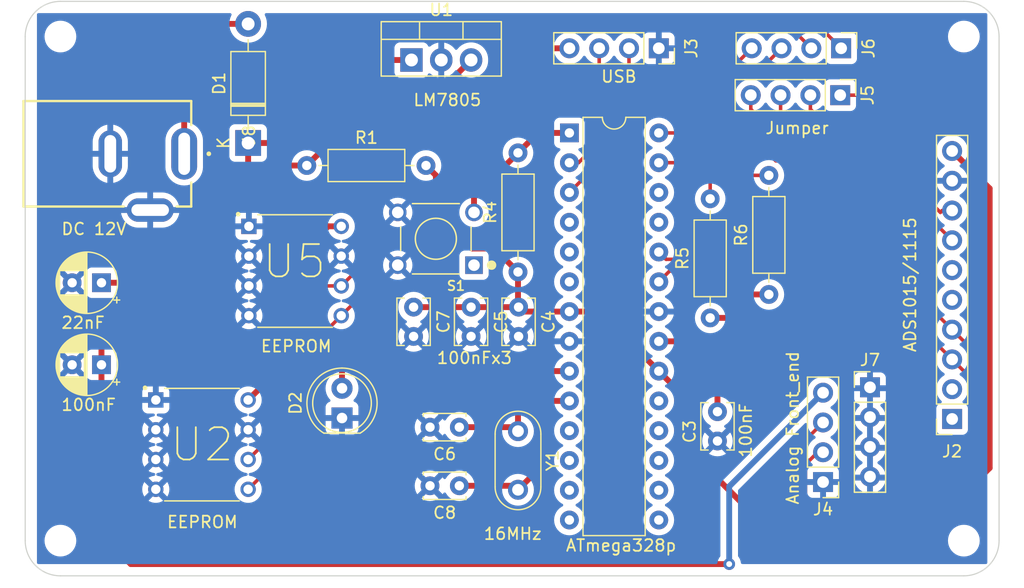
<source format=kicad_pcb>
(kicad_pcb (version 20221018) (generator pcbnew)
  (title_block (title "Main PCB") (date "2024-05-02"))
  (layers (0 "F.Cu" signal) (31 "B.Cu" power) (34 "B.Paste" user) (35 "F.Paste" user) (36 "B.SilkS" user "B.Silkscreen") (37 "F.SilkS" user "F.Silkscreen") (38 "B.Mask" user) (39 "F.Mask" user) (44 "Edge.Cuts" user))
  (net 0 "")
  (net 1 "Net-(D1-K)")
  (net 2 "GND")
  (net 3 "VCC")
  (net 4 "Net-(U3-AREF)")
  (net 5 "+5V")
  (net 6 "/XTAL1")
  (net 7 "/XTAL2")
  (net 8 "Net-(D1-A)")
  (net 9 "Net-(D2-A)")
  (net 12 "/A1_A")
  (net 13 "/A0_A")
  (net 16 "/SDA_A")
  (net 17 "/SCL_A")
  (net 18 "/RX")
  (net 19 "/TX")
  (net 20 "/A1")
  (net 21 "/A0")
  (net 22 "/SCL")
  (net 23 "/RESET")
  (net 38 "/SDA")
  (footprint "Resistor_THT:R_Axial_DIN0207_L6.3mm_D2.5mm_P10.16mm_Horizontal" (layer "F.Cu") (at 128 70)
    (fp_text reference "R1" (at 5.08 -2.37) (layer "F.SilkS"))
    (fp_text value "330")
    (pad "1" thru_hole circle (at 0 0) (size 1.6 1.6) (drill 0.8) (layers "*.Cu" "*.Mask") (net 3 "VCC"))
    (pad "2" thru_hole oval (at 10.16 0) (size 1.6 1.6) (drill 0.8) (layers "*.Cu" "*.Mask") (net 9 "Net-(D2-A)"))
  )
  (footprint "MountingHole:MountingHole_2.2mm_M2" (layer "F.Cu") (at 184 59)
    (fp_text reference "H1" hide)
    (fp_text value "MountingHole")
    (pad "" np_thru_hole circle (at 0 0) (size 2.2 2.2) (drill 2.2) (layers "*.Cu" "*.Mask"))
  )
  (footprint "Connector_PinHeader_2.54mm:PinHeader_1x04_P2.54mm_Vertical" (layer "F.Cu") (at 172 97 180)
    (fp_text reference "J4" (at 0 -2.33) (layer "F.SilkS"))
    (fp_text value "Conn_01x04_Socket")
    (pad "1" thru_hole rect (at 0 0 180) (size 1.7 1.7) (drill 1) (layers "*.Cu" "*.Mask") (net 2 "GND"))
    (pad "2" thru_hole oval (at 0 2.54 180) (size 1.7 1.7) (drill 1) (layers "*.Cu" "*.Mask") (net 12 "/A1_A"))
    (pad "3" thru_hole oval (at 0 5.08 180) (size 1.7 1.7) (drill 1) (layers "*.Cu" "*.Mask") (net 13 "/A0_A"))
    (pad "4" thru_hole oval (at 0 7.62 180) (size 1.7 1.7) (drill 1) (layers "*.Cu" "*.Mask") (net 3 "VCC"))
  )
  (footprint "Connector_PinSocket_2.54mm:PinSocket_1x04_P2.54mm_Vertical" (layer "F.Cu") (at 158 60 -90)
    (fp_text reference "J3" (at 0 -2.77 90) (layer "F.SilkS"))
    (fp_text value "Conn_01x04_Socket" hide)
    (pad "1" thru_hole rect (at 0 0 270) (size 1.7 1.7) (drill 1) (layers "*.Cu" "*.Mask") (net 2 "GND"))
    (pad "2" thru_hole oval (at 0 2.54 270) (size 1.7 1.7) (drill 1) (layers "*.Cu" "*.Mask") (net 18 "/RX"))
    (pad "3" thru_hole oval (at 0 5.08 270) (size 1.7 1.7) (drill 1) (layers "*.Cu" "*.Mask") (net 19 "/TX"))
    (pad "4" thru_hole oval (at 0 7.62 270) (size 1.7 1.7) (drill 1) (layers "*.Cu" "*.Mask") (net 5 "+5V"))
  )
  (footprint "Resistor_THT:R_Axial_DIN0207_L6.3mm_D2.5mm_P10.16mm_Horizontal" (layer "F.Cu") (at 167.38 81 90)
    (fp_text reference "R6" (at 5.08 -2.37 90) (layer "F.SilkS"))
    (fp_text value "10k")
    (pad "1" thru_hole circle (at 0 0 90) (size 1.6 1.6) (drill 0.8) (layers "*.Cu" "*.Mask") (net 5 "+5V"))
    (pad "2" thru_hole oval (at 10.16 0 90) (size 1.6 1.6) (drill 0.8) (layers "*.Cu" "*.Mask") (net 22 "/SCL"))
  )
  (footprint "Diode_THT:D_DO-41_SOD81_P10.16mm_Horizontal" (layer "F.Cu") (at 123 68.08 90)
    (fp_text reference "D1" (at 5.08 -2.47 90) (layer "F.SilkS"))
    (fp_text value "1N4007")
    (fp_text user "K" (at 0 -2.1 90) (layer "F.SilkS"))
    (pad "1" thru_hole rect (at 0 0 90) (size 2.2 2.2) (drill 1.1) (layers "*.Cu" "*.Mask") (net 1 "Net-(D1-K)"))
    (pad "2" thru_hole oval (at 10.16 0 90) (size 2.2 2.2) (drill 1.1) (layers "*.Cu" "*.Mask") (net 8 "Net-(D1-A)"))
  )
  (footprint "Resistor_THT:R_Axial_DIN0207_L6.3mm_D2.5mm_P10.16mm_Horizontal" (layer "F.Cu") (at 162.38 83 90)
    (fp_text reference "R5" (at 5.08 -2.37 90) (layer "F.SilkS"))
    (fp_text value "10k")
    (pad "1" thru_hole circle (at 0 0 90) (size 1.6 1.6) (drill 0.8) (layers "*.Cu" "*.Mask") (net 5 "+5V"))
    (pad "2" thru_hole oval (at 10.16 0 90) (size 1.6 1.6) (drill 0.8) (layers "*.Cu" "*.Mask") (net 38 "/SDA"))
  )
  (footprint "Connector_PinHeader_2.54mm:PinHeader_1x04_P2.54mm_Vertical" (layer "F.Cu") (at 176 88.92)
    (fp_text reference "J7" (at 0 -2.33) (layer "F.SilkS"))
    (fp_text value "Conn_01x04_Socket")
    (pad "1" thru_hole rect (at 0 0) (size 1.7 1.7) (drill 1) (layers "*.Cu" "*.Mask") (net 2 "GND"))
    (pad "2" thru_hole oval (at 0 2.54) (size 1.7 1.7) (drill 1) (layers "*.Cu" "*.Mask") (net 2 "GND"))
    (pad "3" thru_hole oval (at 0 5.08) (size 1.7 1.7) (drill 1) (layers "*.Cu" "*.Mask") (net 2 "GND"))
    (pad "4" thru_hole oval (at 0 7.62) (size 1.7 1.7) (drill 1) (layers "*.Cu" "*.Mask") (net 2 "GND"))
  )
  (footprint "MountingHole:MountingHole_2.2mm_M2" (layer "F.Cu") (at 107 59)
    (fp_text reference "H3" hide)
    (fp_text value "MountingHole")
    (pad "" np_thru_hole circle (at 0 0) (size 2.2 2.2) (drill 2.2) (layers "*.Cu" "*.Mask"))
  )
  (footprint "MountingHole:MountingHole_2.2mm_M2" (layer "F.Cu") (at 184 102)
    (fp_text reference "H2" hide)
    (fp_text value "MountingHole")
    (pad "" np_thru_hole circle (at 0 0) (size 2.2 2.2) (drill 2.2) (layers "*.Cu" "*.Mask"))
  )
  (footprint "FSM8JH:SW_FSM8JH" (layer "F.Cu") (at 139 76.25 180)
    (fp_text reference "S1" (at -1.71258 -4.01401) (layer "F.SilkS") (effects (font (size 0.801197 0.801197))))
    (fp_text value "FSM8JH")
    (pad "1" thru_hole rect (at -3.25 -2.25 180) (size 1.498 1.498) (drill 0.99) (layers "*.Cu" "*.Mask"))
    (pad "2" thru_hole circle (at -3.25 2.25 180) (size 1.498 1.498) (drill 0.99) (layers "*.Cu" "*.Mask") (net 23 "/RESET"))
    (pad "3" thru_hole circle (at 3.25 -2.25 180) (size 1.498 1.498) (drill 0.99) (layers "*.Cu" "*.Mask") (net 2 "GND"))
    (pad "4" thru_hole circle (at 3.25 2.25 180) (size 1.498 1.498) (drill 0.99) (layers "*.Cu" "*.Mask") (net 2 "GND"))
  )
  (footprint "Capacitor_THT:C_Disc_D3.8mm_W2.6mm_P2.50mm" (layer "F.Cu") (at 163 91 -90)
    (fp_text reference "C3" (at 1.7 2.38 90) (layer "F.SilkS"))
    (fp_text value "100nF")
    (pad "1" thru_hole circle (at 0 0 270) (size 1.6 1.6) (drill 0.8) (layers "*.Cu" "*.Mask") (net 4 "Net-(U3-AREF)"))
    (pad "2" thru_hole circle (at 2.5 0 270) (size 1.6 1.6) (drill 0.8) (layers "*.Cu" "*.Mask") (net 2 "GND"))
  )
  (footprint "MountingHole:MountingHole_2.2mm_M2" (layer "F.Cu") (at 107 102)
    (fp_text reference "H4" hide)
    (fp_text value "MountingHole")
    (pad "" np_thru_hole circle (at 0 0) (size 2.2 2.2) (drill 2.2) (layers "*.Cu" "*.Mask"))
  )
  (footprint "Package_TO_SOT_THT:TO-220-3_Vertical" (layer "F.Cu") (at 136.92 61)
    (fp_text reference "U1" (at 2.54 -4.27) (layer "F.SilkS"))
    (fp_text value "LM7805_TO220")
    (pad "1" thru_hole rect (at 0 0) (size 1.905 2) (drill 1.1) (layers "*.Cu" "*.Mask") (net 1 "Net-(D1-K)"))
    (pad "2" thru_hole oval (at 2.54 0) (size 1.905 2) (drill 1.1) (layers "*.Cu" "*.Mask") (net 2 "GND"))
    (pad "3" thru_hole oval (at 5.08 0) (size 1.905 2) (drill 1.1) (layers "*.Cu" "*.Mask") (net 3 "VCC"))
  )
  (footprint "Crystal:Resonator-2Pin_W8.0mm_H3.5mm" (layer "F.Cu") (at 146 92.66 -90)
    (fp_text reference "Y1" (at 2.5 -2.95 90) (layer "F.SilkS"))
    (fp_text value "Crystal")
    (pad "1" thru_hole circle (at 0 0 270) (size 1.7 1.7) (drill 1) (layers "*.Cu" "*.Mask") (net 6 "/XTAL1"))
    (pad "2" thru_hole circle (at 5 0 270) (size 1.7 1.7) (drill 1) (layers "*.Cu" "*.Mask") (net 7 "/XTAL2"))
  )
  (footprint "Capacitor_THT:CP_Radial_D5.0mm_P2.50mm" (layer "F.Cu") (at 110.5 87 180)
    (fp_text reference "C2" hide)
    (fp_text value "22nF")
    (pad "1" thru_hole rect (at 0 0 180) (size 1.6 1.6) (drill 0.8) (layers "*.Cu" "*.Mask") (net 3 "VCC"))
    (pad "2" thru_hole circle (at 2.5 0 180) (size 1.6 1.6) (drill 0.8) (layers "*.Cu" "*.Mask") (net 2 "GND"))
  )
  (footprint "Resistor_THT:R_Axial_DIN0207_L6.3mm_D2.5mm_P10.16mm_Horizontal" (layer "F.Cu") (at 146 79.08 90)
    (fp_text reference "R4" (at 5.08 -2.37 90) (layer "F.SilkS"))
    (fp_text value "10k")
    (pad "1" thru_hole circle (at 0 0 90) (size 1.6 1.6) (drill 0.8) (layers "*.Cu" "*.Mask") (net 5 "+5V"))
    (pad "2" thru_hole oval (at 10.16 0 90) (size 1.6 1.6) (drill 0.8) (layers "*.Cu" "*.Mask") (net 23 "/RESET"))
  )
  (footprint "DCJ200-10-A-XX-K_REVA:GCT_DCJ200-10-A-XX-K_REVA" (layer "F.Cu") (at 111 69 -90)
    (fp_text reference "J8" (at -1.575 -12.075 90) (layer "F.SilkS"))
    (fp_text value "DCJ200-10-A-XX-K_REVA")
    (pad "1" thru_hole oval (at 0 -6.55 270) (size 4.4 2.2) (drill oval 3.6 1) (layers "*.Cu" "*.Mask") (net 8 "Net-(D1-A)"))
    (pad "2" thru_hole oval (at 0 -0.25 270) (size 4 2) (drill oval 3.2 1) (layers "*.Cu" "*.Mask") (net 2 "GND"))
    (pad "3" thru_hole oval (at 4.8 -3.65 270) (size 2 4) (drill oval 1 3.2) (layers "*.Cu" "*.Mask") (net 2 "GND"))
  )
  (footprint "24C02C_P:DIP787W46P254L927H533Q8" (layer "F.Cu") (at 127 79)
    (fp_text reference "U5" (at -0.065 -0.81) (layer "F.SilkS") (effects (font (size 2.755976 2.755976))))
    (fp_text value "24C02C_P" hide)
    (pad "1" thru_hole rect (at -3.935 -3.81) (size 1.308 1.308) (drill 0.8) (layers "*.Cu" "*.Mask") (net 2 "GND"))
    (pad "2" thru_hole circle (at -3.935 -1.27) (size 1.308 1.308) (drill 0.8) (layers "*.Cu" "*.Mask") (net 2 "GND"))
    (pad "3" thru_hole circle (at -3.935 1.27) (size 1.308 1.308) (drill 0.8) (layers "*.Cu" "*.Mask") (net 2 "GND"))
    (pad "4" thru_hole circle (at -3.935 3.81) (size 1.308 1.308) (drill 0.8) (layers "*.Cu" "*.Mask") (net 2 "GND"))
    (pad "5" thru_hole circle (at 3.935 3.81) (size 1.308 1.308) (drill 0.8) (layers "*.Cu" "*.Mask") (net 38 "/SDA"))
    (pad "6" thru_hole circle (at 3.935 1.27) (size 1.308 1.308) (drill 0.8) (layers "*.Cu" "*.Mask") (net 22 "/SCL"))
    (pad "7" thru_hole circle (at 3.935 -1.27) (size 1.308 1.308) (drill 0.8) (layers "*.Cu" "*.Mask") (net 2 "GND"))
    (pad "8" thru_hole circle (at 3.935 -3.81) (size 1.308 1.308) (drill 0.8) (layers "*.Cu" "*.Mask") (net 5 "+5V"))
  )
  (footprint "Connector_PinHeader_2.54mm:PinHeader_1x04_P2.54mm_Vertical" (layer "F.Cu") (at 173.54 60 -90)
    (fp_text reference "J6" (at 0 -2.33 90) (layer "F.SilkS"))
    (fp_text value "Conn_01x04_Socket")
    (pad "1" thru_hole rect (at 0 0 270) (size 1.7 1.7) (drill 1) (layers "*.Cu" "*.Mask") (net 22 "/SCL"))
    (pad "2" thru_hole oval (at 0 2.54 270) (size 1.7 1.7) (drill 1) (layers "*.Cu" "*.Mask") (net 38 "/SDA"))
    (pad "3" thru_hole oval (at 0 5.08 270) (size 1.7 1.7) (drill 1) (layers "*.Cu" "*.Mask") (net 21 "/A0"))
    (pad "4" thru_hole oval (at 0 7.62 270) (size 1.7 1.7) (drill 1) (layers "*.Cu" "*.Mask") (net 20 "/A1"))
  )
  (footprint "Connector_PinHeader_2.54mm:PinHeader_1x04_P2.54mm_Vertical" (layer "F.Cu") (at 173.46 64 -90)
    (fp_text reference "J5" (at 0 -2.33 90) (layer "F.SilkS"))
    (fp_text value "Conn_01x04_Socket")
    (pad "1" thru_hole rect (at 0 0 270) (size 1.7 1.7) (drill 1) (layers "*.Cu" "*.Mask") (net 17 "/SCL_A"))
    (pad "2" thru_hole oval (at 0 2.54 270) (size 1.7 1.7) (drill 1) (layers "*.Cu" "*.Mask") (net 16 "/SDA_A"))
    (pad "3" thru_hole oval (at 0 5.08 270) (size 1.7 1.7) (drill 1) (layers "*.Cu" "*.Mask") (net 13 "/A0_A"))
    (pad "4" thru_hole oval (at 0 7.62 270) (size 1.7 1.7) (drill 1) (layers "*.Cu" "*.Mask") (net 12 "/A1_A"))
  )
  (footprint "Capacitor_THT:C_Disc_D3.8mm_W2.6mm_P2.50mm" (layer "F.Cu") (at 142 82.08 -90)
    (fp_text reference "C5" (at 1.25 -2.55 -90) (layer "F.SilkS"))
    (fp_text value "100nF")
    (pad "1" thru_hole circle (at 0 0 270) (size 1.6 1.6) (drill 0.8) (layers "*.Cu" "*.Mask") (net 5 "+5V"))
    (pad "2" thru_hole circle (at 2.5 0 270) (size 1.6 1.6) (drill 0.8) (layers "*.Cu" "*.Mask") (net 2 "GND"))
  )
  (footprint "Capacitor_THT:C_Disc_D3.4mm_W2.1mm_P2.50mm" (layer "F.Cu") (at 141 97.32 180)
    (fp_text reference "C8" (at 1.25 -2.3 180) (layer "F.SilkS"))
    (fp_text value "22pF")
    (pad "1" thru_hole circle (at 0 0 180) (size 1.6 1.6) (drill 0.8) (layers "*.Cu" "*.Mask") (net 7 "/XTAL2"))
    (pad "2" thru_hole circle (at 2.5 0 180) (size 1.6 1.6) (drill 0.8) (layers "*.Cu" "*.Mask") (net 2 "GND"))
  )
  (footprint "Capacitor_THT:C_Disc_D3.8mm_W2.6mm_P2.50mm" (layer "F.Cu") (at 137.1 82.08 -90)
    (fp_text reference "C7" (at 1.25 -2.55 -90) (layer "F.SilkS"))
    (fp_text value "100nF")
    (pad "1" thru_hole circle (at 0 0 270) (size 1.6 1.6) (drill 0.8) (layers "*.Cu" "*.Mask") (net 5 "+5V"))
    (pad "2" thru_hole circle (at 2.5 0 270) (size 1.6 1.6) (drill 0.8) (layers "*.Cu" "*.Mask") (net 2 "GND"))
  )
  (footprint "Connector_PinSocket_2.54mm:PinSocket_1x10_P2.54mm_Vertical" (layer "F.Cu") (at 183 91.62 180)
    (fp_text reference "J2" (at 0 -2.77) (layer "F.SilkS"))
    (fp_text value "Conn_01x10_Socket")
    (pad "1" thru_hole rect (at 0 0 180) (size 1.7 1.7) (drill 1) (layers "*.Cu" "*.Mask"))
    (pad "2" thru_hole oval (at 0 2.54 180) (size 1.7 1.7) (drill 1) (layers "*.Cu" "*.Mask"))
    (pad "3" thru_hole oval (at 0 5.08 180) (size 1.7 1.7) (drill 1) (layers "*.Cu" "*.Mask") (net 12 "/A1_A"))
    (pad "4" thru_hole oval (at 0 7.62 180) (size 1.7 1.7) (drill 1) (layers "*.Cu" "*.Mask") (net 13 "/A0_A"))
    (pad "5" thru_hole oval (at 0 10.16 180) (size 1.7 1.7) (drill 1) (layers "*.Cu" "*.Mask"))
    (pad "6" thru_hole oval (at 0 12.7 180) (size 1.7 1.7) (drill 1) (layers "*.Cu" "*.Mask"))
    (pad "7" thru_hole oval (at 0 15.24 180) (size 1.7 1.7) (drill 1) (layers "*.Cu" "*.Mask") (net 16 "/SDA_A"))
    (pad "8" thru_hole oval (at 0 17.78 180) (size 1.7 1.7) (drill 1) (layers "*.Cu" "*.Mask") (net 17 "/SCL_A"))
    (pad "9" thru_hole oval (at 0 20.32 180) (size 1.7 1.7) (drill 1) (layers "*.Cu" "*.Mask") (net 2 "GND"))
    (pad "10" thru_hole oval (at 0 22.86 180) (size 1.7 1.7) (drill 1) (layers "*.Cu" "*.Mask") (net 5 "+5V"))
  )
  (footprint "24C02C_P:DIP787W46P254L927H533Q8" (layer "F.Cu") (at 119.065 93.81)
    (fp_text reference "U2" (at 0 0) (layer "F.SilkS") (effects (font (size 2.755976 2.755976))))
    (fp_text value "24C02C_P" hide)
    (pad "1" thru_hole rect (at -3.935 -3.81) (size 1.308 1.308) (drill 0.8) (layers "*.Cu" "*.Mask") (net 2 "GND"))
    (pad "2" thru_hole circle (at -3.935 -1.27) (size 1.308 1.308) (drill 0.8) (layers "*.Cu" "*.Mask") (net 2 "GND"))
    (pad "3" thru_hole circle (at -3.935 1.27) (size 1.308 1.308) (drill 0.8) (layers "*.Cu" "*.Mask") (net 2 "GND"))
    (pad "4" thru_hole circle (at -3.935 3.81) (size 1.308 1.308) (drill 0.8) (layers "*.Cu" "*.Mask") (net 2 "GND"))
    (pad "5" thru_hole circle (at 3.935 3.81) (size 1.308 1.308) (drill 0.8) (layers "*.Cu" "*.Mask") (net 38 "/SDA"))
    (pad "6" thru_hole circle (at 3.935 1.27) (size 1.308 1.308) (drill 0.8) (layers "*.Cu" "*.Mask") (net 22 "/SCL"))
    (pad "7" thru_hole circle (at 3.935 -1.27) (size 1.308 1.308) (drill 0.8) (layers "*.Cu" "*.Mask") (net 2 "GND"))
    (pad "8" thru_hole circle (at 3.935 -3.81) (size 1.308 1.308) (drill 0.8) (layers "*.Cu" "*.Mask") (net 5 "+5V"))
  )
  (footprint "Package_DIP:DIP-28_W7.62mm" (layer "F.Cu") (at 150.38 67.22)
    (fp_text reference "U3" hide)
    (fp_text value "ATmega328-P")
    (pad "1" thru_hole rect (at 0 0) (size 1.6 1.6) (drill 0.8) (layers "*.Cu" "*.Mask") (net 23 "/RESET"))
    (pad "2" thru_hole oval (at 0 2.54) (size 1.6 1.6) (drill 0.8) (layers "*.Cu" "*.Mask") (net 19 "/TX"))
    (pad "3" thru_hole oval (at 0 5.08) (size 1.6 1.6) (drill 0.8) (layers "*.Cu" "*.Mask") (net 18 "/RX"))
    (pad "4" thru_hole oval (at 0 7.62) (size 1.6 1.6) (drill 0.8) (layers "*.Cu" "*.Mask"))
    (pad "5" thru_hole oval (at 0 10.16) (size 1.6 1.6) (drill 0.8) (layers "*.Cu" "*.Mask"))
    (pad "6" thru_hole oval (at 0 12.7) (size 1.6 1.6) (drill 0.8) (layers "*.Cu" "*.Mask"))
    (pad "7" thru_hole oval (at 0 15.24) (size 1.6 1.6) (drill 0.8) (layers "*.Cu" "*.Mask") (net 5 "+5V"))
    (pad "8" thru_hole oval (at 0 17.78) (size 1.6 1.6) (drill 0.8) (layers "*.Cu" "*.Mask") (net 2 "GND"))
    (pad "9" thru_hole oval (at 0 20.32) (size 1.6 1.6) (drill 0.8) (layers "*.Cu" "*.Mask") (net 6 "/XTAL1"))
    (pad "10" thru_hole oval (at 0 22.86) (size 1.6 1.6) (drill 0.8) (layers "*.Cu" "*.Mask") (net 7 "/XTAL2"))
    (pad "11" thru_hole oval (at 0 25.4) (size 1.6 1.6) (drill 0.8) (layers "*.Cu" "*.Mask"))
    (pad "12" thru_hole oval (at 0 27.94) (size 1.6 1.6) (drill 0.8) (layers "*.Cu" "*.Mask"))
    (pad "13" thru_hole oval (at 0 30.48) (size 1.6 1.6) (drill 0.8) (layers "*.Cu" "*.Mask"))
    (pad "14" thru_hole oval (at 0 33.02) (size 1.6 1.6) (drill 0.8) (layers "*.Cu" "*.Mask"))
    (pad "15" thru_hole oval (at 7.62 33.02) (size 1.6 1.6) (drill 0.8) (layers "*.Cu" "*.Mask"))
    (pad "16" thru_hole oval (at 7.62 30.48) (size 1.6 1.6) (drill 0.8) (layers "*.Cu" "*.Mask"))
    (pad "17" thru_hole oval (at 7.62 27.94) (size 1.6 1.6) (drill 0.8) (layers "*.Cu" "*.Mask"))
    (pad "18" thru_hole oval (at 7.62 25.4) (size 1.6 1.6) (drill 0.8) (layers "*.Cu" "*.Mask"))
    (pad "19" thru_hole oval (at 7.62 22.86) (size 1.6 1.6) (drill 0.8) (layers "*.Cu" "*.Mask"))
    (pad "20" thru_hole oval (at 7.62 20.32) (size 1.6 1.6) (drill 0.8) (layers "*.Cu" "*.Mask") (net 5 "+5V"))
    (pad "21" thru_hole oval (at 7.62 17.78) (size 1.6 1.6) (drill 0.8) (layers "*.Cu" "*.Mask") (net 4 "Net-(U3-AREF)"))
    (pad "22" thru_hole oval (at 7.62 15.24) (size 1.6 1.6) (drill 0.8) (layers "*.Cu" "*.Mask") (net 2 "GND"))
    (pad "23" thru_hole oval (at 7.62 12.7) (size 1.6 1.6) (drill 0.8) (layers "*.Cu" "*.Mask") (net 21 "/A0"))
    (pad "24" thru_hole oval (at 7.62 10.16) (size 1.6 1.6) (drill 0.8) (layers "*.Cu" "*.Mask") (net 20 "/A1"))
    (pad "25" thru_hole oval (at 7.62 7.62) (size 1.6 1.6) (drill 0.8) (layers "*.Cu" "*.Mask"))
    (pad "26" thru_hole oval (at 7.62 5.08) (size 1.6 1.6) (drill 0.8) (layers "*.Cu" "*.Mask"))
    (pad "27" thru_hole oval (at 7.62 2.54) (size 1.6 1.6) (drill 0.8) (layers "*.Cu" "*.Mask") (net 38 "/SDA"))
    (pad "28" thru_hole oval (at 7.62 0) (size 1.6 1.6) (drill 0.8) (layers "*.Cu" "*.Mask") (net 22 "/SCL"))
  )
  (footprint "Capacitor_THT:CP_Radial_D5.0mm_P2.50mm" (layer "F.Cu") (at 110.5 80 180)
    (fp_text reference "C1" hide)
    (fp_text value "100nF")
    (pad "1" thru_hole rect (at 0 0 180) (size 1.6 1.6) (drill 0.8) (layers "*.Cu" "*.Mask") (net 1 "Net-(D1-K)"))
    (pad "2" thru_hole circle (at 2.5 0 180) (size 1.6 1.6) (drill 0.8) (layers "*.Cu" "*.Mask") (net 2 "GND"))
  )
  (footprint "Capacitor_THT:C_Disc_D3.4mm_W2.1mm_P2.50mm" (layer "F.Cu") (at 141 92.32 180)
    (fp_text reference "C6" (at 1.25 -2.3 180) (layer "F.SilkS"))
    (fp_text value "22pF")
    (pad "1" thru_hole circle (at 0 0 180) (size 1.6 1.6) (drill 0.8) (layers "*.Cu" "*.Mask") (net 6 "/XTAL1"))
    (pad "2" thru_hole circle (at 2.5 0 180) (size 1.6 1.6) (drill 0.8) (layers "*.Cu" "*.Mask") (net 2 "GND"))
  )
  (footprint "Capacitor_THT:C_Disc_D3.8mm_W2.6mm_P2.50mm" (layer "F.Cu") (at 146.05 82.08 -90)
    (fp_text reference "C4" (at 1.25 -2.55 -90) (layer "F.SilkS"))
    (fp_text value "100nF")
    (pad "1" thru_hole circle (at 0 0 270) (size 1.6 1.6) (drill 0.8) (layers "*.Cu" "*.Mask") (net 5 "+5V"))
    (pad "2" thru_hole circle (at 2.5 0 270) (size 1.6 1.6) (drill 0.8) (layers "*.Cu" "*.Mask") (net 2 "GND"))
  )
  (footprint "LED_THT:LED_D5.0mm" (layer "F.Cu") (at 131 91.54 90)
    (fp_text reference "D2" (at 1.27 -3.96 90) (layer "F.SilkS"))
    (fp_text value "LED")
    (pad "1" thru_hole rect (at 0 0 90) (size 1.8 1.8) (drill 0.9) (layers "*.Cu" "*.Mask") (net 2 "GND"))
    (pad "2" thru_hole circle (at 2.54 0 90) (size 1.8 1.8) (drill 0.9) (layers "*.Cu" "*.Mask") (net 9 "Net-(D2-A)"))
  )
  (gr_line (start 104 59) (end 104 102) (stroke (width 0.1)) (layer "Edge.Cuts"))
  (gr_line (start 107 105) (end 184 105) (stroke (width 0.1)) (layer "Edge.Cuts"))
  (gr_arc (start 187 102) (mid 186.12132 104.12132) (end 184 105) (stroke (width 0.1)) (layer "Edge.Cuts"))
  (gr_arc (start 107 105) (mid 104.87868 104.12132) (end 104 102) (stroke (width 0.1)) (layer "Edge.Cuts"))
  (gr_arc (start 104 59) (mid 104.87868 56.87868) (end 107 56) (stroke (width 0.1)) (layer "Edge.Cuts"))
  (gr_line (start 107 56) (end 184 56) (stroke (width 0.1)) (layer "Edge.Cuts"))
  (gr_arc (start 184 56) (mid 186.12132 56.87868) (end 187 59) (stroke (width 0.1)) (layer "Edge.Cuts"))
  (gr_line (start 187 59) (end 187 102) (stroke (width 0.1)) (layer "Edge.Cuts"))
  (gr_text "16MHz" (at 143 102) (layer "F.SilkS") (effects (font (size 1 1)) (justify left bottom)))
  (gr_text "100nFx3" (at 139 87) (layer "F.SilkS") (effects (font (size 1 1)) (justify left bottom)))
  (gr_text "22nF" (at 107 84) (layer "F.SilkS") (effects (font (size 1 1)) (justify left bottom)))
  (gr_text "ADS1015/1115" (at 180 86 90) (layer "F.SilkS") (effects (font (size 1 1)) (justify left bottom)))
  (gr_text "100nF\n" (at 107 91) (layer "F.SilkS") (effects (font (size 1 1)) (justify left bottom)))
  (gr_text "ATmega328p" (at 150 103) (layer "F.SilkS") (effects (font (size 1 1)) (justify left bottom)))
  (gr_text "EEPROM" (at 116 101) (layer "F.SilkS") (effects (font (size 1 1)) (justify left bottom)))
  (gr_text "Analog Front_end" (at 170 99 90) (layer "F.SilkS") (effects (font (size 1 1)) (justify left bottom)))
  (gr_text "EEPROM" (at 124 86) (layer "F.SilkS") (effects (font (size 1 1)) (justify left bottom)))
  (gr_text "LM7805\n" (at 137 65) (layer "F.SilkS") (effects (font (size 1 1)) (justify left bottom)))
  (gr_text "Jumper\n\n" (at 167 69) (layer "F.SilkS") (effects (font (size 1 1)) (justify left bottom)))
  (gr_text "USB " (at 153 63) (layer "F.SilkS") (effects (font (size 1 1)) (justify left bottom)))
  (gr_text "100nF\n" (at 166 95 90) (layer "F.SilkS") (effects (font (size 1 1)) (justify left bottom)))
  (gr_text "DC 12V" (at 107 76) (layer "F.SilkS") (effects (font (size 1 1)) (justify left bottom)))
  (segment (start 125.92 68.08) (end 133 61) (width 0.5) (layer "F.Cu") (net 1))
  (segment (start 133 61) (end 136.92 61) (width 0.5) (layer "F.Cu") (net 1))
  (segment (start 113 80) (end 123 70) (width 0.5) (layer "F.Cu") (net 1))
  (segment (start 123 68.08) (end 125.92 68.08) (width 0.5) (layer "F.Cu") (net 1))
  (segment (start 123 70) (end 123 68.08) (width 0.5) (layer "F.Cu") (net 1))
  (segment (start 110.5 80) (end 113 80) (width 0.5) (layer "F.Cu") (net 1))
  (segment (start 129.92 65.494214) (end 131.414214 64) (width 0.5) (layer "F.Cu") (net 3))
  (segment (start 128 70) (end 129.92 68.08) (width 0.5) (layer "F.Cu") (net 3))
  (segment (start 129.92 68.08) (end 129.92 65.494214) (width 0.5) (layer "F.Cu") (net 3))
  (segment (start 124.414214 70) (end 128 70) (width 0.5) (layer "F.Cu") (net 3))
  (segment (start 113 104) (end 110.5 101.5) (width 0.5) (layer "F.Cu") (net 3))
  (segment (start 131.414214 64) (end 139 64) (width 0.5) (layer "F.Cu") (net 3))
  (segment (start 110.5 87) (end 110.5 83.914214) (width 0.5) (layer "F.Cu") (net 3))
  (segment (start 110.5 83.914214) (end 124.414214 70) (width 0.5) (layer "F.Cu") (net 3))
  (segment (start 113 104) (end 164 104) (width 0.5) (layer "F.Cu") (net 3))
  (segment (start 139 64) (end 142 61) (width 0.5) (layer "F.Cu") (net 3))
  (segment (start 110.5 101.5) (end 110.5 87) (width 0.5) (layer "F.Cu") (net 3))
  (via (at 164 104) (size 1) (drill 0.5) (layers "F.Cu" "B.Cu") (net 3))
  (segment (start 164 97.38) (end 164 104) (width 0.5) (layer "B.Cu") (net 3))
  (segment (start 172 89.38) (end 164 97.38) (width 0.5) (layer "B.Cu") (net 3))
  (segment (start 160 85) (end 158 85) (width 0.5) (layer "F.Cu") (net 4))
  (segment (start 163 88) (end 160 85) (width 0.5) (layer "F.Cu") (net 4))
  (segment (start 163 91) (end 163 88) (width 0.5) (layer "F.Cu") (net 4))
  (segment (start 164 83) (end 166 81) (width 0.5) (layer "F.Cu") (net 5))
  (segment (start 162.38 83) (end 164 83) (width 0.5) (layer "F.Cu") (net 5))
  (segment (start 186.2 71.96) (end 186.2 95.8) (width 0.5) (layer "F.Cu") (net 5))
  (segment (start 166 81) (end 167.38 81) (width 0.5) (layer "F.Cu") (net 5))
  (segment (start 129.81 75.19) (end 130.935 75.19) (width 0.5) (layer "F.Cu") (net 5))
  (segment (start 123 90) (end 127 86) (width 0.5) (layer "F.Cu") (net 5))
  (segment (start 127 86) (end 127 78) (width 0.5) (layer "F.Cu") (net 5))
  (segment (start 144 77.08) (end 142.08 77.08) (width 0.5) (layer "F.Cu") (net 5))
  (segment (start 159.55 89.09) (end 158 87.54) (width 0.5) (layer "F.Cu") (net 5))
  (segment (start 142.08 77.08) (end 140 75) (width 0.5) (layer "F.Cu") (net 5))
  (segment (start 146 79.08) (end 146 82.03) (width 0.5) (layer "F.Cu") (net 5))
  (segment (start 146.43 82.46) (end 146.05 82.08) (width 0.5) (layer "F.Cu") (net 5))
  (segment (start 150.38 82.46) (end 146.43 82.46) (width 0.5) (layer "F.Cu") (net 5))
  (segment (start 146 79.08) (end 144 77.08) (width 0.5) (layer "F.Cu") (net 5))
  (segment (start 159.55 93.262032) (end 159.55 89.09) (width 0.5) (layer "F.Cu") (net 5))
  (segment (start 186.2 95.8) (end 180.21 101.79) (width 0.5) (layer "F.Cu") (net 5))
  (segment (start 127 78) (end 129.81 75.19) (width 0.5) (layer "F.Cu") (net 5))
  (segment (start 152.92 82.46) (end 158 87.54) (width 0.5) (layer "F.Cu") (net 5))
  (segment (start 146 82.03) (end 146.05 82.08) (width 0.5) (layer "F.Cu") (net 5))
  (segment (start 150.38 82.46) (end 152.92 82.46) (width 0.5) (layer "F.Cu") (net 5))
  (segment (start 168.077968 101.79) (end 159.55 93.262032) (width 0.5) (layer "F.Cu") (net 5))
  (segment (start 148 60) (end 150.38 60) (width 0.5) (layer "F.Cu") (net 5))
  (segment (start 140 75) (end 140 68) (width 0.5) (layer "F.Cu") (net 5))
  (segment (start 137.1 82.08) (end 142 82.08) (width 0.5) (layer "F.Cu") (net 5))
  (segment (start 140 68) (end 148 60) (width 0.5) (layer "F.Cu") (net 5))
  (segment (start 146.05 82.08) (end 142 82.08) (width 0.5) (layer "F.Cu") (net 5))
  (segment (start 180.21 101.79) (end 168.077968 101.79) (width 0.5) (layer "F.Cu") (net 5))
  (segment (start 183 68.76) (end 186.2 71.96) (width 0.5) (layer "F.Cu") (net 5))
  (segment (start 146 92.66) (end 146 90) (width 0.5) (layer "F.Cu") (net 6))
  (segment (start 141 92.32) (end 145.66 92.32) (width 0.5) (layer "F.Cu") (net 6))
  (segment (start 146 90) (end 148.46 87.54) (width 0.5) (layer "F.Cu") (net 6))
  (segment (start 148.46 87.54) (end 150.38 87.54) (width 0.5) (layer "F.Cu") (net 6))
  (segment (start 145.66 92.32) (end 146 92.66) (width 0.5) (layer "F.Cu") (net 6))
  (segment (start 146 97.66) (end 148 95.66) (width 0.5) (layer "F.Cu") (net 7))
  (segment (start 148 91) (end 148.92 90.08) (width 0.5) (layer "F.Cu") (net 7))
  (segment (start 145.66 97.32) (end 146 97.66) (width 0.5) (layer "F.Cu") (net 7))
  (segment (start 148.92 90.08) (end 150.38 90.08) (width 0.5) (layer "F.Cu") (net 7))
  (segment (start 141 97.32) (end 145.66 97.32) (width 0.5) (layer "F.Cu") (net 7))
  (segment (start 148 95.66) (end 148 91) (width 0.5) (layer "F.Cu") (net 7))
  (segment (start 120.08 57.92) (end 123 57.92) (width 0.5) (layer "F.Cu") (net 8))
  (segment (start 117.55 69) (end 117.55 60.45) (width 0.5) (layer "F.Cu") (net 8))
  (segment (start 117.55 60.45) (end 120.08 57.92) (width 0.5) (layer "F.Cu") (net 8))
  (segment (start 138 74) (end 139 73) (width 0.5) (layer "F.Cu") (net 9))
  (segment (start 131 85.987968) (end 138 78.987968) (width 0.5) (layer "F.Cu") (net 9))
  (segment (start 139 70.84) (end 138.16 70) (width 0.5) (layer "F.Cu") (net 9))
  (segment (start 138 78.987968) (end 138 74) (width 0.5) (layer "F.Cu") (net 9))
  (segment (start 139 73) (end 139 70.84) (width 0.5) (layer "F.Cu") (net 9))
  (segment (start 131 89) (end 131 85.987968) (width 0.5) (layer "F.Cu") (net 9))
  (segment (start 171 99) (end 170.5 98.5) (width 0.3) (layer "F.Cu") (net 12))
  (segment (start 178.56863 74.700001) (end 180.2 76.33137) (width 0.3) (layer "F.Cu") (net 12))
  (segment (start 184.5 93.12) (end 178.62 99) (width 0.3) (layer "F.Cu") (net 12))
  (segment (start 180.2 83.74) (end 183 86.54) (width 0.3) (layer "F.Cu") (net 12))
  (segment (start 171.54 94.46) (end 172 94.46) (width 0.3) (layer "F.Cu") (net 12))
  (segment (start 184.5 88.04) (end 184.5 93.12) (width 0.3) (layer "F.Cu") (net 12))
  (segment (start 170.5 95.5) (end 171.54 94.46) (width 0.3) (layer "F.Cu") (net 12))
  (segment (start 178.62 99) (end 171 99) (width 0.3) (layer "F.Cu") (net 12))
  (segment (start 180.2 76.33137) (end 180.2 83.74) (width 0.3) (layer "F.Cu") (net 12))
  (segment (start 165.84 64) (end 165.84 65.202081) (width 0.3) (layer "F.Cu") (net 12))
  (segment (start 170.5 98.5) (end 170.5 95.5) (width 0.3) (layer "F.Cu") (net 12))
  (segment (start 177.60589 68) (end 178.56863 68.96274) (width 0.3) (layer "F.Cu") (net 12))
  (segment (start 165.84 65.202081) (end 168.637919 68) (width 0.3) (layer "F.Cu") (net 12))
  (segment (start 183 86.54) (end 184.5 88.04) (width 0.3) (layer "F.Cu") (net 12))
  (segment (start 178.56863 68.96274) (end 178.56863 74.700001) (width 0.3) (layer "F.Cu") (net 12))
  (segment (start 168.637919 68) (end 177.60589 68) (width 0.3) (layer "F.Cu") (net 12))
  (segment (start 169 67) (end 177.73726 67) (width 0.3) (layer "F.Cu") (net 13))
  (segment (start 177.73726 67) (end 179.36863 68.63137) (width 0.3) (layer "F.Cu") (net 13))
  (segment (start 178.75137 100) (end 170.86863 100) (width 0.3) (layer "F.Cu") (net 13))
  (segment (start 183 84) (end 185.3 86.3) (width 0.3) (layer "F.Cu") (net 13))
  (segment (start 169.7 94.22) (end 172 91.92) (width 0.3) (layer "F.Cu") (net 13))
  (segment (start 185.3 86.3) (end 185.3 93.45137) (width 0.3) (layer "F.Cu") (net 13))
  (segment (start 185.3 93.45137) (end 178.75137 100) (width 0.3) (layer "F.Cu") (net 13))
  (segment (start 168.38 64) (end 168.38 66.38) (width 0.3) (layer "F.Cu") (net 13))
  (segment (start 181 76) (end 181 82) (width 0.3) (layer "F.Cu") (net 13))
  (segment (start 168.38 66.38) (end 169 67) (width 0.3) (layer "F.Cu") (net 13))
  (segment (start 179.36863 68.63137) (end 179.36863 74.36863) (width 0.3) (layer "F.Cu") (net 13))
  (segment (start 170.86863 100) (end 169.7 98.83137) (width 0.3) (layer "F.Cu") (net 13))
  (segment (start 181 82) (end 183 84) (width 0.3) (layer "F.Cu") (net 13))
  (segment (start 169.7 98.83137) (end 169.7 94.22) (width 0.3) (layer "F.Cu") (net 13))
  (segment (start 179.36863 74.36863) (end 181 76) (width 0.3) (layer "F.Cu") (net 13))
  (segment (start 177.934315 66.065685) (end 180.2 68.33137) (width 0.3) (layer "F.Cu") (net 16))
  (segment (start 171.783604 66.065685) (end 177.934315 66.065685) (width 0.3) (layer "F.Cu") (net 16))
  (segment (start 180.2 73.58) (end 183 76.38) (width 0.3) (layer "F.Cu") (net 16))
  (segment (start 170.92 65.202081) (end 171.783604 66.065685) (width 0.3) (layer "F.Cu") (net 16))
  (segment (start 180.2 68.33137) (end 180.2 73.58) (width 0.3) (layer "F.Cu") (net 16))
  (segment (start 170.92 64) (end 170.92 65.202081) (width 0.3) (layer "F.Cu") (net 16))
  (segment (start 181 68) (end 181 73) (width 0.3) (layer "F.Cu") (net 17))
  (segment (start 181 73) (end 182 74) (width 0.3) (layer "F.Cu") (net 17))
  (segment (start 182 74) (end 182.16 73.84) (width 0.3) (layer "F.Cu") (net 17))
  (segment (start 173.46 64) (end 177 64) (width 0.3) (layer "F.Cu") (net 17))
  (segment (start 182.16 73.84) (end 183 73.84) (width 0.3) (layer "F.Cu") (net 17))
  (segment (start 177 64) (end 181 68) (width 0.3) (layer "F.Cu") (net 17))
  (segment (start 153.72 63.28) (end 153.72 68.96) (width 0.3) (layer "F.Cu") (net 18))
  (segment (start 153.72 68.96) (end 150.38 72.3) (width 0.3) (layer "F.Cu") (net 18))
  (segment (start 155.46 61.54) (end 153.72 63.28) (width 0.3) (layer "F.Cu") (net 18))
  (segment (start 155.46 60) (end 155.46 61.54) (width 0.3) (layer "F.Cu") (net 18))
  (segment (start 151.16 69.76) (end 152.92 68) (width 0.3) (layer "F.Cu") (net 19))
  (segment (start 152.92 60) (end 152.92 68) (width 0.3) (layer "F.Cu") (net 19))
  (segment (start 150.38 69.76) (end 151.16 69.76) (width 0.3) (layer "F.Cu") (net 19))
  (segment (start 167.975178 69.6) (end 176.4 69.6) (width 0.3) (layer "F.Cu") (net 20))
  (segment (start 176.4 69.6) (end 176.93726 70.13726) (width 0.3) (layer "F.Cu") (net 20))
  (segment (start 163.54 62.38) (end 163.54 65.164822) (width 0.3) (layer "F.Cu") (net 20))
  (segment (start 176.93726 70.13726) (end 176.93726 76.06274) (width 0.3) (layer "F.Cu") (net 20))
  (segment (start 163.54 65.164822) (end 167.975178 69.6) (width 0.3) (layer "F.Cu") (net 20))
  (segment (start 176.93726 76.06274) (end 175 78) (width 0.3) (layer "F.Cu") (net 20))
  (segment (start 165.92 60) (end 163.54 62.38) (width 0.3) (layer "F.Cu") (net 20))
  (segment (start 175 78) (end 158.62 78) (width 0.3) (layer "F.Cu") (net 20))
  (segment (start 158.62 78) (end 158 77.38) (width 0.3) (layer "F.Cu") (net 20))
  (segment (start 165.218679 62.5) (end 164.34 63.378679) (width 0.3) (layer "F.Cu") (net 21))
  (segment (start 164.34 63.378679) (end 164.34 64.833452) (width 0.3) (layer "F.Cu") (net 21))
  (segment (start 168.46 60) (end 165.96 62.5) (width 0.3) (layer "F.Cu") (net 21))
  (segment (start 177.27452 68.8) (end 177.73726 69.26274) (width 0.3) (layer "F.Cu") (net 21))
  (segment (start 158.92 79) (end 158 79.92) (width 0.3) (layer "F.Cu") (net 21))
  (segment (start 175.13137 79) (end 175 79) (width 0.3) (layer "F.Cu") (net 21))
  (segment (start 177.73726 76.39411) (end 175.13137 79) (width 0.3) (layer "F.Cu") (net 21))
  (segment (start 177.73726 69.26274) (end 177.73726 76.39411) (width 0.3) (layer "F.Cu") (net 21))
  (segment (start 175 79) (end 158.92 79) (width 0.3) (layer "F.Cu") (net 21))
  (segment (start 164.34 64.833452) (end 168.306549 68.8) (width 0.3) (layer "F.Cu") (net 21))
  (segment (start 165.96 62.5) (end 165.218679 62.5) (width 0.3) (layer "F.Cu") (net 21))
  (segment (start 168.306549 68.8) (end 177.27452 68.8) (width 0.3) (layer "F.Cu") (net 21))
  (segment (start 159.35137 67.22) (end 158 67.22) (width 0.3) (layer "F.Cu") (net 22))
  (segment (start 170.74 57.2) (end 173.54 60) (width 0.3) (layer "F.Cu") (net 22))
  (segment (start 133 71) (end 139.1 64.9) (width 0.3) (layer "F.Cu") (net 22))
  (segment (start 139.1 64.9) (end 140.413777 64.9) (width 0.3) (layer "F.Cu") (net 22))
  (segment (start 128 86.272792) (end 128 82) (width 0.3) (layer "F.Cu") (net 22))
  (segment (start 130.935 80.27) (end 133 78.205) (width 0.3) (layer "F.Cu") (net 22))
  (segment (start 148.113777 57.2) (end 170.74 57.2) (width 0.3) (layer "F.Cu") (net 22))
  (segment (start 129.73 80.27) (end 130.935 80.27) (width 0.3) (layer "F.Cu") (net 22))
  (segment (start 162.971371 70.84) (end 159.35137 67.22) (width 0.3) (layer "F.Cu") (net 22))
  (segment (start 123 95.08) (end 126.136396 91.943604) (width 0.3) (layer "F.Cu") (net 22))
  (segment (start 126.136396 91.943604) (end 126.136396 88.136396) (width 0.3) (layer "F.Cu") (net 22))
  (segment (start 128 82) (end 129.73 80.27) (width 0.3) (layer "F.Cu") (net 22))
  (segment (start 140.413777 64.9) (end 148.113777 57.2) (width 0.3) (layer "F.Cu") (net 22))
  (segment (start 126.136396 88.136396) (end 128 86.272792) (width 0.3) (layer "F.Cu") (net 22))
  (segment (start 167.38 70.84) (end 162.971371 70.84) (width 0.3) (layer "F.Cu") (net 22))
  (segment (start 133 78.205) (end 133 71) (width 0.3) (layer "F.Cu") (net 22))
  (segment (start 142.25 72.67) (end 146 68.92) (width 0.5) (layer "F.Cu") (net 23))
  (segment (start 142.25 74) (end 142.25 72.67) (width 0.5) (layer "F.Cu") (net 23))
  (segment (start 147.7 67.22) (end 146 68.92) (width 0.5) (layer "F.Cu") (net 23))
  (segment (start 150.38 67.22) (end 147.7 67.22) (width 0.5) (layer "F.Cu") (net 23))
  (segment (start 139.565685 65.565685) (end 139.7 65.7) (width 0.3) (layer "F.Cu") (net 38))
  (segment (start 148.445147 58) (end 169 58) (width 0.3) (layer "F.Cu") (net 38))
  (segment (start 123 97.62) (end 125.105685 95.514315) (width 0.3) (layer "F.Cu") (net 38))
  (segment (start 127 92) (end 127 88.404162) (width 0.3) (layer "F.Cu") (net 38))
  (segment (start 169 58) (end 171 60) (width 0.3) (layer "F.Cu") (net 38))
  (segment (start 140.745147 65.7) (end 148.445147 58) (width 0.3) (layer "F.Cu") (net 38))
  (segment (start 130.935 82.81) (end 129 84.745) (width 0.3) (layer "F.Cu") (net 38))
  (segment (start 125.105685 94.105685) (end 127 92.21137) (width 0.3) (layer "F.Cu") (net 38))
  (segment (start 160.76 69.76) (end 158 69.76) (width 0.3) (layer "F.Cu") (net 38))
  (segment (start 129 84.745) (end 129 85) (width 0.3) (layer "F.Cu") (net 38))
  (segment (start 139.7 65.7) (end 140.745147 65.7) (width 0.3) (layer "F.Cu") (net 38))
  (segment (start 130.935 82.81) (end 133.8 79.945) (width 0.3) (layer "F.Cu") (net 38))
  (segment (start 133.8 79.945) (end 133.8 71.33137) (width 0.3) (layer "F.Cu") (net 38))
  (segment (start 127.202081 88.202081) (end 129 86.404162) (width 0.3) (layer "F.Cu") (net 38))
  (segment (start 162.38 72.84) (end 162.38 71.38) (width 0.3) (layer "F.Cu") (net 38))
  (segment (start 129 86.404162) (end 129 85) (width 0.3) (layer "F.Cu") (net 38))
  (segment (start 127 92.21137) (end 127 92) (width 0.3) (layer "F.Cu") (net 38))
  (segment (start 125.105685 95.514315) (end 125.105685 94.105685) (width 0.3) (layer "F.Cu") (net 38))
  (segment (start 127 88.404162) (end 127.202081 88.202081) (width 0.3) (layer "F.Cu") (net 38))
  (segment (start 162.38 71.38) (end 160.76 69.76) (width 0.3) (layer "F.Cu") (net 38))
  (segment (start 133.8 71.33137) (end 139.565685 65.565685) (width 0.3) (layer "F.Cu") (net 38))
  (zone (net 2) (net_name "GND") (layer "B.Cu") (connect_pads (clearance 0.5)) (min_thickness 0.25) (fill yes (thermal_gap 0.5) (thermal_bridge_width 0.5))
    (polygon (pts (xy 105 57) (xy 186 57) (xy 186 104) (xy 105 104)))
  )
)
</source>
